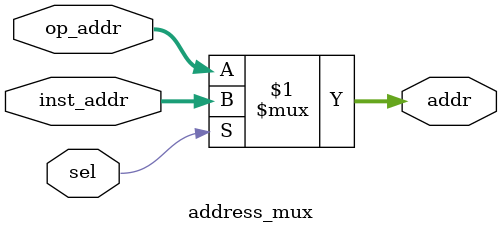
<source format=v>
`timescale 1ns/1ps

module address_mux #(
    parameter WIDTH = 5
) (
    input  wire             sel,        // Select: 1=instruction, 0=operand
    input  wire [WIDTH-1:0] inst_addr,  // Instruction address (from PC)
    input  wire [WIDTH-1:0] op_addr,    // Operand address (from instruction)
    output wire [WIDTH-1:0] addr        // Selected address
);

    assign addr = sel ? inst_addr : op_addr;

endmodule
</source>
